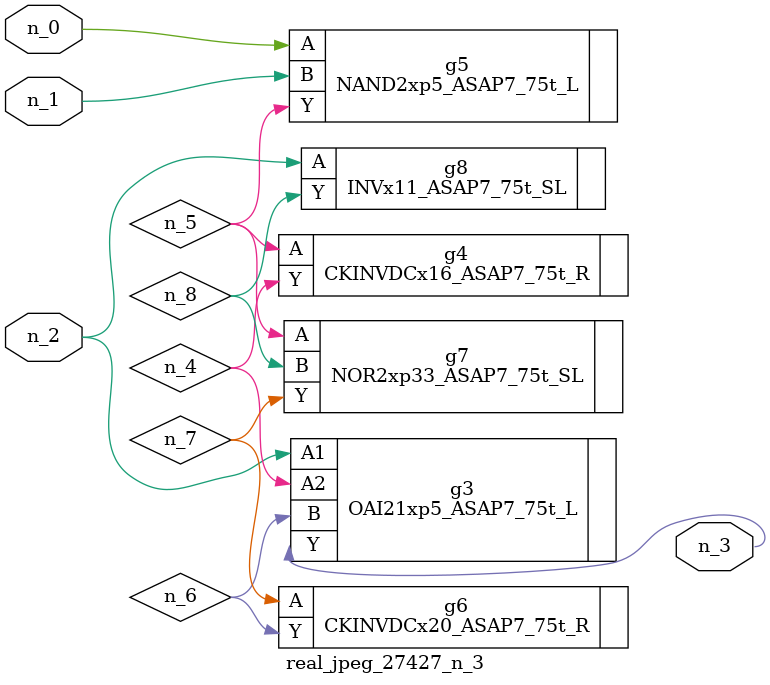
<source format=v>
module real_jpeg_27427_n_3 (n_1, n_0, n_2, n_3);

input n_1;
input n_0;
input n_2;

output n_3;

wire n_5;
wire n_4;
wire n_8;
wire n_6;
wire n_7;

NAND2xp5_ASAP7_75t_L g5 ( 
.A(n_0),
.B(n_1),
.Y(n_5)
);

OAI21xp5_ASAP7_75t_L g3 ( 
.A1(n_2),
.A2(n_4),
.B(n_6),
.Y(n_3)
);

INVx11_ASAP7_75t_SL g8 ( 
.A(n_2),
.Y(n_8)
);

CKINVDCx16_ASAP7_75t_R g4 ( 
.A(n_5),
.Y(n_4)
);

NOR2xp33_ASAP7_75t_SL g7 ( 
.A(n_5),
.B(n_8),
.Y(n_7)
);

CKINVDCx20_ASAP7_75t_R g6 ( 
.A(n_7),
.Y(n_6)
);


endmodule
</source>
